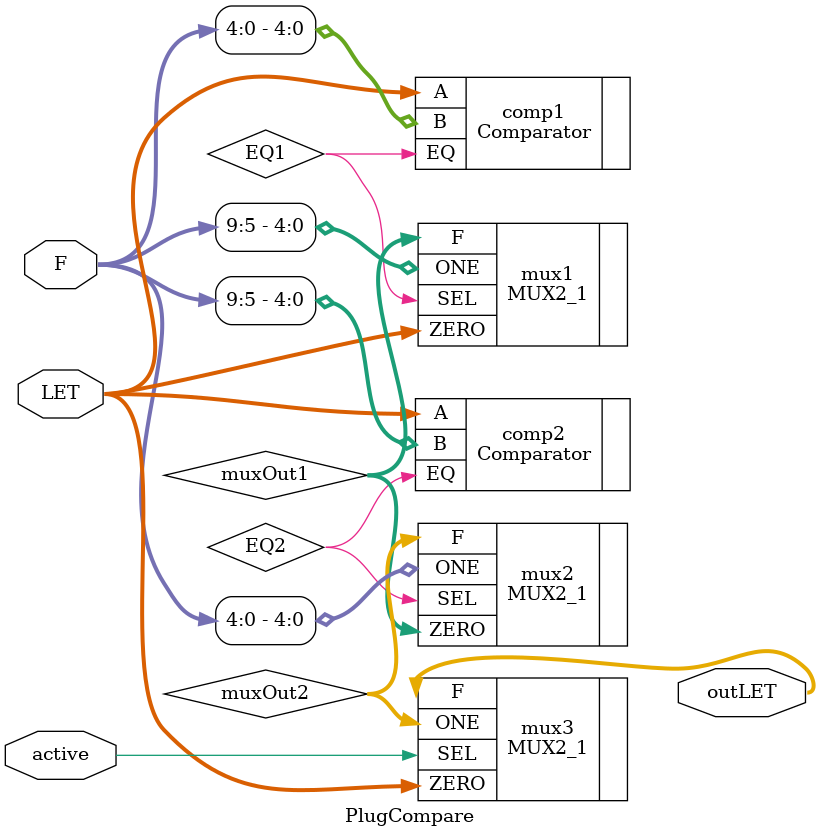
<source format=sv>
`timescale 1ns / 1ps


module PlugCompare(
    input [4:0] LET,
    input [9:0] F,
    input active,
    output logic [4:0] outLET
    );
    
    logic EQ1, EQ2;
    logic [4:0] muxOut1, muxOut2;
    
    //Compares the input to the two letters contained within the plugboard pair
    Comparator #(5) comp1 (.A(LET), .B(F[4:0]), .EQ(EQ1));
    Comparator #(5) comp2 (.A(LET), .B(F[9:5]), .EQ(EQ2));
    
    //if the pair is not active, output the letter
    //if the pair is active and the input matches one of the pair
    //replace the input with the other character in the pair
    MUX2_1 #(5) mux1 (.ZERO(LET), .ONE(F[9:5]), .SEL(EQ1), .F(muxOut1));
    MUX2_1 #(5) mux2 (.ZERO(muxOut1), .ONE(F[4:0]), .SEL(EQ2), .F(muxOut2));   
    MUX2_1 #(5) mux3 (.ZERO(LET), .ONE(muxOut2), .SEL(active), .F(outLET));   
    
endmodule

</source>
